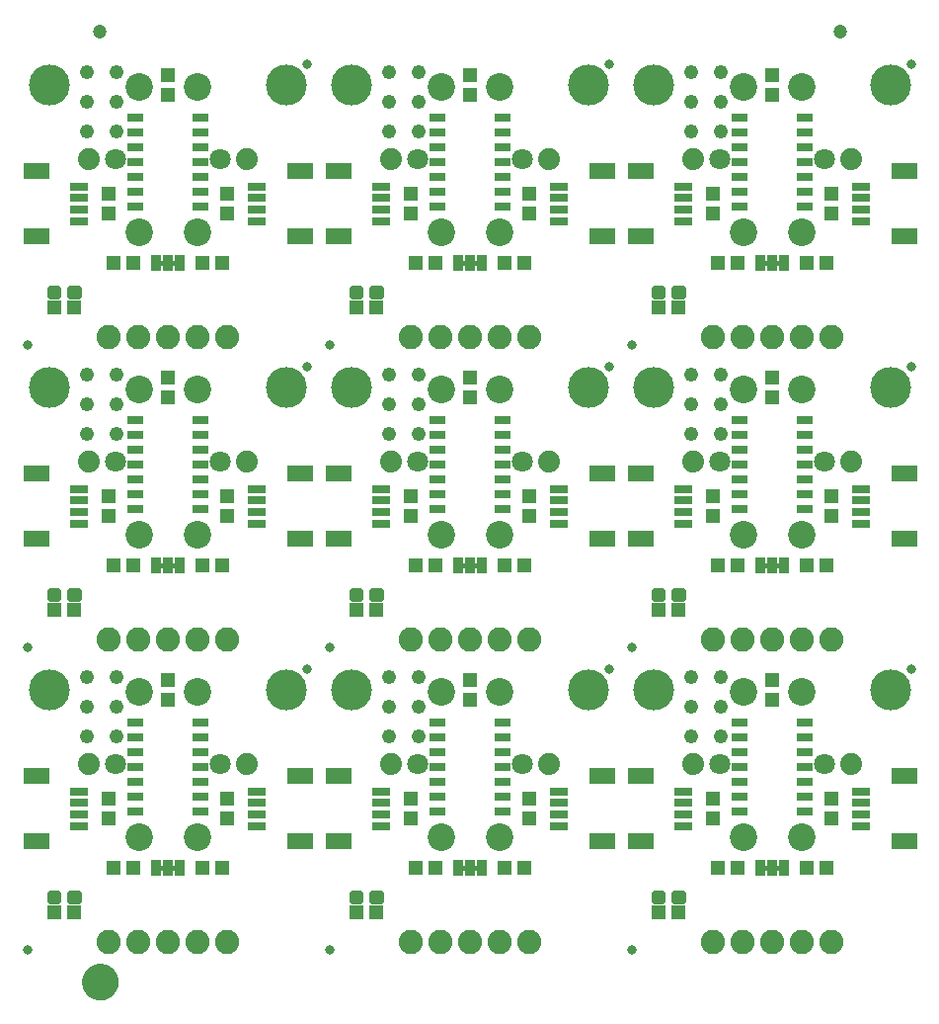
<source format=gts>
G75*
%MOIN*%
%OFA0B0*%
%FSLAX25Y25*%
%IPPOS*%
%LPD*%
%AMOC8*
5,1,8,0,0,1.08239X$1,22.5*
%
%ADD10R,0.08674X0.05524*%
%ADD11R,0.06115X0.03162*%
%ADD12C,0.03300*%
%ADD13C,0.08200*%
%ADD14R,0.04737X0.05131*%
%ADD15R,0.05131X0.04737*%
%ADD16R,0.05524X0.03162*%
%ADD17R,0.03300X0.05800*%
%ADD18C,0.00500*%
%ADD19C,0.04808*%
%ADD20C,0.01990*%
%ADD21C,0.13800*%
%ADD22C,0.09300*%
%ADD23C,0.07400*%
%ADD24C,0.07099*%
%ADD25C,0.04737*%
%ADD26C,0.05000*%
%ADD27C,0.06706*%
D10*
X0034281Y0067726D03*
X0034281Y0089774D03*
X0034281Y0169726D03*
X0034281Y0191774D03*
X0034281Y0271726D03*
X0034281Y0293774D03*
X0123219Y0293774D03*
X0136281Y0293774D03*
X0136281Y0271726D03*
X0123219Y0271726D03*
X0123219Y0191774D03*
X0136281Y0191774D03*
X0136281Y0169726D03*
X0123219Y0169726D03*
X0123219Y0089774D03*
X0136281Y0089774D03*
X0136281Y0067726D03*
X0123219Y0067726D03*
X0225219Y0067726D03*
X0238281Y0067726D03*
X0238281Y0089774D03*
X0225219Y0089774D03*
X0225219Y0169726D03*
X0238281Y0169726D03*
X0238281Y0191774D03*
X0225219Y0191774D03*
X0225219Y0271726D03*
X0238281Y0271726D03*
X0238281Y0293774D03*
X0225219Y0293774D03*
X0327219Y0293774D03*
X0327219Y0271726D03*
X0327219Y0191774D03*
X0327219Y0169726D03*
X0327219Y0089774D03*
X0327219Y0067726D03*
D11*
X0312750Y0072844D03*
X0312750Y0076781D03*
X0312750Y0080719D03*
X0312750Y0084656D03*
X0252750Y0084656D03*
X0252750Y0080719D03*
X0252750Y0076781D03*
X0252750Y0072844D03*
X0210750Y0072844D03*
X0210750Y0076781D03*
X0210750Y0080719D03*
X0210750Y0084656D03*
X0150750Y0084656D03*
X0150750Y0080719D03*
X0150750Y0076781D03*
X0150750Y0072844D03*
X0108750Y0072844D03*
X0108750Y0076781D03*
X0108750Y0080719D03*
X0108750Y0084656D03*
X0048750Y0084656D03*
X0048750Y0080719D03*
X0048750Y0076781D03*
X0048750Y0072844D03*
X0048750Y0174844D03*
X0048750Y0178781D03*
X0048750Y0182719D03*
X0048750Y0186656D03*
X0108750Y0186656D03*
X0108750Y0182719D03*
X0108750Y0178781D03*
X0108750Y0174844D03*
X0150750Y0174844D03*
X0150750Y0178781D03*
X0150750Y0182719D03*
X0150750Y0186656D03*
X0210750Y0186656D03*
X0210750Y0182719D03*
X0210750Y0178781D03*
X0210750Y0174844D03*
X0252750Y0174844D03*
X0252750Y0178781D03*
X0252750Y0182719D03*
X0252750Y0186656D03*
X0312750Y0186656D03*
X0312750Y0182719D03*
X0312750Y0178781D03*
X0312750Y0174844D03*
X0312750Y0276844D03*
X0312750Y0280781D03*
X0312750Y0284719D03*
X0312750Y0288656D03*
X0252750Y0288656D03*
X0252750Y0284719D03*
X0252750Y0280781D03*
X0252750Y0276844D03*
X0210750Y0276844D03*
X0210750Y0280781D03*
X0210750Y0284719D03*
X0210750Y0288656D03*
X0150750Y0288656D03*
X0150750Y0284719D03*
X0150750Y0280781D03*
X0150750Y0276844D03*
X0108750Y0276844D03*
X0108750Y0280781D03*
X0108750Y0284719D03*
X0108750Y0288656D03*
X0048750Y0288656D03*
X0048750Y0284719D03*
X0048750Y0280781D03*
X0048750Y0276844D03*
D12*
X0031250Y0031250D03*
X0133250Y0031250D03*
X0235250Y0031250D03*
X0227750Y0125750D03*
X0235250Y0133250D03*
X0329750Y0125750D03*
X0329750Y0227750D03*
X0235250Y0235250D03*
X0227750Y0227750D03*
X0133250Y0235250D03*
X0125750Y0227750D03*
X0031250Y0235250D03*
X0125750Y0329750D03*
X0227750Y0329750D03*
X0329750Y0329750D03*
X0133250Y0133250D03*
X0125750Y0125750D03*
X0031250Y0133250D03*
D13*
X0058750Y0135750D03*
X0068750Y0135750D03*
X0078750Y0135750D03*
X0088750Y0135750D03*
X0098750Y0135750D03*
X0160750Y0135750D03*
X0170750Y0135750D03*
X0180750Y0135750D03*
X0190750Y0135750D03*
X0200750Y0135750D03*
X0262750Y0135750D03*
X0272750Y0135750D03*
X0282750Y0135750D03*
X0292750Y0135750D03*
X0302750Y0135750D03*
X0302750Y0033750D03*
X0292750Y0033750D03*
X0282750Y0033750D03*
X0272750Y0033750D03*
X0262750Y0033750D03*
X0200750Y0033750D03*
X0190750Y0033750D03*
X0180750Y0033750D03*
X0170750Y0033750D03*
X0160750Y0033750D03*
X0098750Y0033750D03*
X0088750Y0033750D03*
X0078750Y0033750D03*
X0068750Y0033750D03*
X0058750Y0033750D03*
X0058750Y0237750D03*
X0068750Y0237750D03*
X0078750Y0237750D03*
X0088750Y0237750D03*
X0098750Y0237750D03*
X0160750Y0237750D03*
X0170750Y0237750D03*
X0180750Y0237750D03*
X0190750Y0237750D03*
X0200750Y0237750D03*
X0262750Y0237750D03*
X0272750Y0237750D03*
X0282750Y0237750D03*
X0292750Y0237750D03*
X0302750Y0237750D03*
D14*
X0282750Y0224096D03*
X0282750Y0217404D03*
X0262750Y0184096D03*
X0262750Y0177404D03*
X0302750Y0177404D03*
X0302750Y0184096D03*
X0282750Y0122096D03*
X0282750Y0115404D03*
X0262750Y0082096D03*
X0262750Y0075404D03*
X0302750Y0075404D03*
X0302750Y0082096D03*
X0200750Y0082096D03*
X0200750Y0075404D03*
X0160750Y0075404D03*
X0160750Y0082096D03*
X0180750Y0115404D03*
X0180750Y0122096D03*
X0160750Y0177404D03*
X0160750Y0184096D03*
X0180750Y0217404D03*
X0180750Y0224096D03*
X0200750Y0184096D03*
X0200750Y0177404D03*
X0098750Y0177404D03*
X0098750Y0184096D03*
X0078750Y0217404D03*
X0078750Y0224096D03*
X0058750Y0184096D03*
X0058750Y0177404D03*
X0078750Y0122096D03*
X0078750Y0115404D03*
X0058750Y0082096D03*
X0058750Y0075404D03*
X0098750Y0075404D03*
X0098750Y0082096D03*
X0098750Y0279404D03*
X0098750Y0286096D03*
X0078750Y0319404D03*
X0078750Y0326096D03*
X0058750Y0286096D03*
X0058750Y0279404D03*
X0160750Y0279404D03*
X0160750Y0286096D03*
X0180750Y0319404D03*
X0180750Y0326096D03*
X0200750Y0286096D03*
X0200750Y0279404D03*
X0262750Y0279404D03*
X0262750Y0286096D03*
X0282750Y0319404D03*
X0282750Y0326096D03*
X0302750Y0286096D03*
X0302750Y0279404D03*
D15*
X0301096Y0262750D03*
X0294404Y0262750D03*
X0271096Y0262750D03*
X0264404Y0262750D03*
X0251096Y0247750D03*
X0244404Y0247750D03*
X0199096Y0262750D03*
X0192404Y0262750D03*
X0169096Y0262750D03*
X0162404Y0262750D03*
X0149096Y0247750D03*
X0142404Y0247750D03*
X0097096Y0262750D03*
X0090404Y0262750D03*
X0067096Y0262750D03*
X0060404Y0262750D03*
X0047096Y0247750D03*
X0040404Y0247750D03*
X0060404Y0160750D03*
X0067096Y0160750D03*
X0090404Y0160750D03*
X0097096Y0160750D03*
X0142404Y0145750D03*
X0149096Y0145750D03*
X0162404Y0160750D03*
X0169096Y0160750D03*
X0192404Y0160750D03*
X0199096Y0160750D03*
X0244404Y0145750D03*
X0251096Y0145750D03*
X0264404Y0160750D03*
X0271096Y0160750D03*
X0294404Y0160750D03*
X0301096Y0160750D03*
X0301096Y0058750D03*
X0294404Y0058750D03*
X0271096Y0058750D03*
X0264404Y0058750D03*
X0251096Y0043750D03*
X0244404Y0043750D03*
X0199096Y0058750D03*
X0192404Y0058750D03*
X0169096Y0058750D03*
X0162404Y0058750D03*
X0149096Y0043750D03*
X0142404Y0043750D03*
X0097096Y0058750D03*
X0090404Y0058750D03*
X0067096Y0058750D03*
X0060404Y0058750D03*
X0047096Y0043750D03*
X0040404Y0043750D03*
X0040404Y0145750D03*
X0047096Y0145750D03*
D16*
X0067726Y0179750D03*
X0067726Y0184750D03*
X0067726Y0189750D03*
X0067726Y0194750D03*
X0067726Y0199750D03*
X0067726Y0204750D03*
X0067726Y0209750D03*
X0089774Y0209750D03*
X0089774Y0204750D03*
X0089774Y0199750D03*
X0089774Y0194750D03*
X0089774Y0189750D03*
X0089774Y0184750D03*
X0089774Y0179750D03*
X0089774Y0107750D03*
X0089774Y0102750D03*
X0089774Y0097750D03*
X0089774Y0092750D03*
X0089774Y0087750D03*
X0089774Y0082750D03*
X0089774Y0077750D03*
X0067726Y0077750D03*
X0067726Y0082750D03*
X0067726Y0087750D03*
X0067726Y0092750D03*
X0067726Y0097750D03*
X0067726Y0102750D03*
X0067726Y0107750D03*
X0169726Y0107750D03*
X0169726Y0102750D03*
X0169726Y0097750D03*
X0169726Y0092750D03*
X0169726Y0087750D03*
X0169726Y0082750D03*
X0169726Y0077750D03*
X0191774Y0077750D03*
X0191774Y0082750D03*
X0191774Y0087750D03*
X0191774Y0092750D03*
X0191774Y0097750D03*
X0191774Y0102750D03*
X0191774Y0107750D03*
X0191774Y0179750D03*
X0191774Y0184750D03*
X0191774Y0189750D03*
X0191774Y0194750D03*
X0191774Y0199750D03*
X0191774Y0204750D03*
X0191774Y0209750D03*
X0169726Y0209750D03*
X0169726Y0204750D03*
X0169726Y0199750D03*
X0169726Y0194750D03*
X0169726Y0189750D03*
X0169726Y0184750D03*
X0169726Y0179750D03*
X0271726Y0179750D03*
X0271726Y0184750D03*
X0271726Y0189750D03*
X0271726Y0194750D03*
X0271726Y0199750D03*
X0271726Y0204750D03*
X0271726Y0209750D03*
X0293774Y0209750D03*
X0293774Y0204750D03*
X0293774Y0199750D03*
X0293774Y0194750D03*
X0293774Y0189750D03*
X0293774Y0184750D03*
X0293774Y0179750D03*
X0293774Y0107750D03*
X0293774Y0102750D03*
X0293774Y0097750D03*
X0293774Y0092750D03*
X0293774Y0087750D03*
X0293774Y0082750D03*
X0293774Y0077750D03*
X0271726Y0077750D03*
X0271726Y0082750D03*
X0271726Y0087750D03*
X0271726Y0092750D03*
X0271726Y0097750D03*
X0271726Y0102750D03*
X0271726Y0107750D03*
X0271726Y0281750D03*
X0271726Y0286750D03*
X0271726Y0291750D03*
X0271726Y0296750D03*
X0271726Y0301750D03*
X0271726Y0306750D03*
X0271726Y0311750D03*
X0293774Y0311750D03*
X0293774Y0306750D03*
X0293774Y0301750D03*
X0293774Y0296750D03*
X0293774Y0291750D03*
X0293774Y0286750D03*
X0293774Y0281750D03*
X0191774Y0281750D03*
X0191774Y0286750D03*
X0191774Y0291750D03*
X0191774Y0296750D03*
X0191774Y0301750D03*
X0191774Y0306750D03*
X0191774Y0311750D03*
X0169726Y0311750D03*
X0169726Y0306750D03*
X0169726Y0301750D03*
X0169726Y0296750D03*
X0169726Y0291750D03*
X0169726Y0286750D03*
X0169726Y0281750D03*
X0089774Y0281750D03*
X0089774Y0286750D03*
X0089774Y0291750D03*
X0089774Y0296750D03*
X0089774Y0301750D03*
X0089774Y0306750D03*
X0089774Y0311750D03*
X0067726Y0311750D03*
X0067726Y0306750D03*
X0067726Y0301750D03*
X0067726Y0296750D03*
X0067726Y0291750D03*
X0067726Y0286750D03*
X0067726Y0281750D03*
D17*
X0074750Y0262750D03*
X0078750Y0262750D03*
X0082750Y0262750D03*
X0176750Y0262750D03*
X0180750Y0262750D03*
X0184750Y0262750D03*
X0278750Y0262750D03*
X0282750Y0262750D03*
X0286750Y0262750D03*
X0286750Y0160750D03*
X0282750Y0160750D03*
X0278750Y0160750D03*
X0184750Y0160750D03*
X0180750Y0160750D03*
X0176750Y0160750D03*
X0082750Y0160750D03*
X0078750Y0160750D03*
X0074750Y0160750D03*
X0074750Y0058750D03*
X0078750Y0058750D03*
X0082750Y0058750D03*
X0176750Y0058750D03*
X0180750Y0058750D03*
X0184750Y0058750D03*
X0278750Y0058750D03*
X0282750Y0058750D03*
X0286750Y0058750D03*
D18*
X0285500Y0058661D02*
X0280000Y0058661D01*
X0280000Y0058250D02*
X0280000Y0059250D01*
X0285500Y0059250D01*
X0285500Y0058250D01*
X0280000Y0058250D01*
X0280000Y0059159D02*
X0285500Y0059159D01*
X0183500Y0059159D02*
X0178000Y0059159D01*
X0178000Y0059250D02*
X0183500Y0059250D01*
X0183500Y0058250D01*
X0178000Y0058250D01*
X0178000Y0059250D01*
X0178000Y0058661D02*
X0183500Y0058661D01*
X0081500Y0058661D02*
X0076000Y0058661D01*
X0076000Y0058250D02*
X0076000Y0059250D01*
X0081500Y0059250D01*
X0081500Y0058250D01*
X0076000Y0058250D01*
X0076000Y0059159D02*
X0081500Y0059159D01*
X0081500Y0160250D02*
X0076000Y0160250D01*
X0076000Y0161250D01*
X0081500Y0161250D01*
X0081500Y0160250D01*
X0081500Y0160357D02*
X0076000Y0160357D01*
X0076000Y0160855D02*
X0081500Y0160855D01*
X0178000Y0160855D02*
X0183500Y0160855D01*
X0183500Y0161250D02*
X0183500Y0160250D01*
X0178000Y0160250D01*
X0178000Y0161250D01*
X0183500Y0161250D01*
X0183500Y0160357D02*
X0178000Y0160357D01*
X0280000Y0160357D02*
X0285500Y0160357D01*
X0285500Y0160250D02*
X0285500Y0161250D01*
X0280000Y0161250D01*
X0280000Y0160250D01*
X0285500Y0160250D01*
X0285500Y0160855D02*
X0280000Y0160855D01*
X0280000Y0262250D02*
X0280000Y0263250D01*
X0285500Y0263250D01*
X0285500Y0262250D01*
X0280000Y0262250D01*
X0280000Y0262552D02*
X0285500Y0262552D01*
X0285500Y0263050D02*
X0280000Y0263050D01*
X0183500Y0263050D02*
X0178000Y0263050D01*
X0178000Y0263250D02*
X0183500Y0263250D01*
X0183500Y0262250D01*
X0178000Y0262250D01*
X0178000Y0263250D01*
X0178000Y0262552D02*
X0183500Y0262552D01*
X0081500Y0262552D02*
X0076000Y0262552D01*
X0076000Y0262250D02*
X0076000Y0263250D01*
X0081500Y0263250D01*
X0081500Y0262250D01*
X0076000Y0262250D01*
X0076000Y0263050D02*
X0081500Y0263050D01*
D19*
X0061250Y0225250D03*
X0061250Y0215250D03*
X0061250Y0205250D03*
X0051250Y0205250D03*
X0051250Y0215250D03*
X0051250Y0225250D03*
X0051250Y0307250D03*
X0051250Y0317250D03*
X0051250Y0327250D03*
X0061250Y0327250D03*
X0061250Y0317250D03*
X0061250Y0307250D03*
X0153250Y0307250D03*
X0163250Y0307250D03*
X0163250Y0317250D03*
X0163250Y0327250D03*
X0153250Y0327250D03*
X0153250Y0317250D03*
X0153250Y0225250D03*
X0163250Y0225250D03*
X0163250Y0215250D03*
X0163250Y0205250D03*
X0153250Y0205250D03*
X0153250Y0215250D03*
X0153250Y0123250D03*
X0153250Y0113250D03*
X0163250Y0113250D03*
X0163250Y0123250D03*
X0163250Y0103250D03*
X0153250Y0103250D03*
X0061250Y0103250D03*
X0061250Y0113250D03*
X0061250Y0123250D03*
X0051250Y0123250D03*
X0051250Y0113250D03*
X0051250Y0103250D03*
X0255250Y0103250D03*
X0265250Y0103250D03*
X0265250Y0113250D03*
X0265250Y0123250D03*
X0255250Y0123250D03*
X0255250Y0113250D03*
X0255250Y0205250D03*
X0255250Y0215250D03*
X0265250Y0215250D03*
X0265250Y0205250D03*
X0265250Y0225250D03*
X0255250Y0225250D03*
X0255250Y0307250D03*
X0265250Y0307250D03*
X0265250Y0317250D03*
X0265250Y0327250D03*
X0255250Y0327250D03*
X0255250Y0317250D03*
D20*
X0252576Y0254123D02*
X0252576Y0251377D01*
X0249830Y0251377D01*
X0249830Y0254123D01*
X0252576Y0254123D01*
X0252576Y0253267D02*
X0249830Y0253267D01*
X0245670Y0254123D02*
X0245670Y0251377D01*
X0242924Y0251377D01*
X0242924Y0254123D01*
X0245670Y0254123D01*
X0245670Y0253267D02*
X0242924Y0253267D01*
X0150576Y0254123D02*
X0150576Y0251377D01*
X0147830Y0251377D01*
X0147830Y0254123D01*
X0150576Y0254123D01*
X0150576Y0253267D02*
X0147830Y0253267D01*
X0143670Y0254123D02*
X0143670Y0251377D01*
X0140924Y0251377D01*
X0140924Y0254123D01*
X0143670Y0254123D01*
X0143670Y0253267D02*
X0140924Y0253267D01*
X0048576Y0254123D02*
X0048576Y0251377D01*
X0045830Y0251377D01*
X0045830Y0254123D01*
X0048576Y0254123D01*
X0048576Y0253267D02*
X0045830Y0253267D01*
X0041670Y0254123D02*
X0041670Y0251377D01*
X0038924Y0251377D01*
X0038924Y0254123D01*
X0041670Y0254123D01*
X0041670Y0253267D02*
X0038924Y0253267D01*
X0041670Y0152123D02*
X0041670Y0149377D01*
X0038924Y0149377D01*
X0038924Y0152123D01*
X0041670Y0152123D01*
X0041670Y0151267D02*
X0038924Y0151267D01*
X0048576Y0152123D02*
X0048576Y0149377D01*
X0045830Y0149377D01*
X0045830Y0152123D01*
X0048576Y0152123D01*
X0048576Y0151267D02*
X0045830Y0151267D01*
X0143670Y0152123D02*
X0143670Y0149377D01*
X0140924Y0149377D01*
X0140924Y0152123D01*
X0143670Y0152123D01*
X0143670Y0151267D02*
X0140924Y0151267D01*
X0150576Y0152123D02*
X0150576Y0149377D01*
X0147830Y0149377D01*
X0147830Y0152123D01*
X0150576Y0152123D01*
X0150576Y0151267D02*
X0147830Y0151267D01*
X0245670Y0152123D02*
X0245670Y0149377D01*
X0242924Y0149377D01*
X0242924Y0152123D01*
X0245670Y0152123D01*
X0245670Y0151267D02*
X0242924Y0151267D01*
X0252576Y0152123D02*
X0252576Y0149377D01*
X0249830Y0149377D01*
X0249830Y0152123D01*
X0252576Y0152123D01*
X0252576Y0151267D02*
X0249830Y0151267D01*
X0252576Y0050123D02*
X0252576Y0047377D01*
X0249830Y0047377D01*
X0249830Y0050123D01*
X0252576Y0050123D01*
X0252576Y0049267D02*
X0249830Y0049267D01*
X0245670Y0050123D02*
X0245670Y0047377D01*
X0242924Y0047377D01*
X0242924Y0050123D01*
X0245670Y0050123D01*
X0245670Y0049267D02*
X0242924Y0049267D01*
X0150576Y0050123D02*
X0150576Y0047377D01*
X0147830Y0047377D01*
X0147830Y0050123D01*
X0150576Y0050123D01*
X0150576Y0049267D02*
X0147830Y0049267D01*
X0143670Y0050123D02*
X0143670Y0047377D01*
X0140924Y0047377D01*
X0140924Y0050123D01*
X0143670Y0050123D01*
X0143670Y0049267D02*
X0140924Y0049267D01*
X0048576Y0050123D02*
X0048576Y0047377D01*
X0045830Y0047377D01*
X0045830Y0050123D01*
X0048576Y0050123D01*
X0048576Y0049267D02*
X0045830Y0049267D01*
X0041670Y0050123D02*
X0041670Y0047377D01*
X0038924Y0047377D01*
X0038924Y0050123D01*
X0041670Y0050123D01*
X0041670Y0049267D02*
X0038924Y0049267D01*
D21*
X0038750Y0118750D03*
X0118750Y0118750D03*
X0140750Y0118750D03*
X0220750Y0118750D03*
X0242750Y0118750D03*
X0322750Y0118750D03*
X0322750Y0220750D03*
X0242750Y0220750D03*
X0220750Y0220750D03*
X0140750Y0220750D03*
X0118750Y0220750D03*
X0038750Y0220750D03*
X0038750Y0322750D03*
X0118750Y0322750D03*
X0140750Y0322750D03*
X0220750Y0322750D03*
X0242750Y0322750D03*
X0322750Y0322750D03*
D22*
X0292593Y0322356D03*
X0272907Y0322356D03*
X0272907Y0273144D03*
X0292593Y0273144D03*
X0292593Y0220356D03*
X0272907Y0220356D03*
X0272907Y0171144D03*
X0292593Y0171144D03*
X0292593Y0118356D03*
X0272907Y0118356D03*
X0272907Y0069144D03*
X0292593Y0069144D03*
X0190593Y0069144D03*
X0170907Y0069144D03*
X0170907Y0118356D03*
X0190593Y0118356D03*
X0190593Y0171144D03*
X0170907Y0171144D03*
X0170907Y0220356D03*
X0190593Y0220356D03*
X0190593Y0273144D03*
X0170907Y0273144D03*
X0170907Y0322356D03*
X0190593Y0322356D03*
X0088593Y0322356D03*
X0068907Y0322356D03*
X0068907Y0273144D03*
X0088593Y0273144D03*
X0088593Y0220356D03*
X0068907Y0220356D03*
X0068907Y0171144D03*
X0088593Y0171144D03*
X0088593Y0118356D03*
X0068907Y0118356D03*
X0068907Y0069144D03*
X0088593Y0069144D03*
D23*
X0105325Y0093750D03*
X0154175Y0093750D03*
X0207325Y0093750D03*
X0256175Y0093750D03*
X0309325Y0093750D03*
X0309325Y0195750D03*
X0256175Y0195750D03*
X0207325Y0195750D03*
X0154175Y0195750D03*
X0105325Y0195750D03*
X0052175Y0195750D03*
X0052175Y0093750D03*
X0052175Y0297750D03*
X0105325Y0297750D03*
X0154175Y0297750D03*
X0207325Y0297750D03*
X0256175Y0297750D03*
X0309325Y0297750D03*
D24*
X0300467Y0297750D03*
X0265033Y0297750D03*
X0198467Y0297750D03*
X0163033Y0297750D03*
X0096467Y0297750D03*
X0061033Y0297750D03*
X0061033Y0195750D03*
X0096467Y0195750D03*
X0163033Y0195750D03*
X0198467Y0195750D03*
X0265033Y0195750D03*
X0300467Y0195750D03*
X0300467Y0093750D03*
X0265033Y0093750D03*
X0198467Y0093750D03*
X0163033Y0093750D03*
X0096467Y0093750D03*
X0061033Y0093750D03*
D25*
X0055750Y0341000D03*
X0305750Y0341000D03*
D26*
X0052185Y0020500D02*
X0052187Y0020619D01*
X0052193Y0020738D01*
X0052203Y0020857D01*
X0052217Y0020975D01*
X0052235Y0021093D01*
X0052256Y0021210D01*
X0052282Y0021326D01*
X0052312Y0021442D01*
X0052345Y0021556D01*
X0052382Y0021669D01*
X0052423Y0021781D01*
X0052468Y0021892D01*
X0052516Y0022001D01*
X0052568Y0022108D01*
X0052624Y0022213D01*
X0052683Y0022317D01*
X0052745Y0022418D01*
X0052811Y0022518D01*
X0052880Y0022615D01*
X0052952Y0022709D01*
X0053028Y0022802D01*
X0053106Y0022891D01*
X0053187Y0022978D01*
X0053272Y0023063D01*
X0053359Y0023144D01*
X0053448Y0023222D01*
X0053541Y0023298D01*
X0053635Y0023370D01*
X0053732Y0023439D01*
X0053832Y0023505D01*
X0053933Y0023567D01*
X0054037Y0023626D01*
X0054142Y0023682D01*
X0054249Y0023734D01*
X0054358Y0023782D01*
X0054469Y0023827D01*
X0054581Y0023868D01*
X0054694Y0023905D01*
X0054808Y0023938D01*
X0054924Y0023968D01*
X0055040Y0023994D01*
X0055157Y0024015D01*
X0055275Y0024033D01*
X0055393Y0024047D01*
X0055512Y0024057D01*
X0055631Y0024063D01*
X0055750Y0024065D01*
X0055869Y0024063D01*
X0055988Y0024057D01*
X0056107Y0024047D01*
X0056225Y0024033D01*
X0056343Y0024015D01*
X0056460Y0023994D01*
X0056576Y0023968D01*
X0056692Y0023938D01*
X0056806Y0023905D01*
X0056919Y0023868D01*
X0057031Y0023827D01*
X0057142Y0023782D01*
X0057251Y0023734D01*
X0057358Y0023682D01*
X0057463Y0023626D01*
X0057567Y0023567D01*
X0057668Y0023505D01*
X0057768Y0023439D01*
X0057865Y0023370D01*
X0057959Y0023298D01*
X0058052Y0023222D01*
X0058141Y0023144D01*
X0058228Y0023063D01*
X0058313Y0022978D01*
X0058394Y0022891D01*
X0058472Y0022802D01*
X0058548Y0022709D01*
X0058620Y0022615D01*
X0058689Y0022518D01*
X0058755Y0022418D01*
X0058817Y0022317D01*
X0058876Y0022213D01*
X0058932Y0022108D01*
X0058984Y0022001D01*
X0059032Y0021892D01*
X0059077Y0021781D01*
X0059118Y0021669D01*
X0059155Y0021556D01*
X0059188Y0021442D01*
X0059218Y0021326D01*
X0059244Y0021210D01*
X0059265Y0021093D01*
X0059283Y0020975D01*
X0059297Y0020857D01*
X0059307Y0020738D01*
X0059313Y0020619D01*
X0059315Y0020500D01*
X0059313Y0020381D01*
X0059307Y0020262D01*
X0059297Y0020143D01*
X0059283Y0020025D01*
X0059265Y0019907D01*
X0059244Y0019790D01*
X0059218Y0019674D01*
X0059188Y0019558D01*
X0059155Y0019444D01*
X0059118Y0019331D01*
X0059077Y0019219D01*
X0059032Y0019108D01*
X0058984Y0018999D01*
X0058932Y0018892D01*
X0058876Y0018787D01*
X0058817Y0018683D01*
X0058755Y0018582D01*
X0058689Y0018482D01*
X0058620Y0018385D01*
X0058548Y0018291D01*
X0058472Y0018198D01*
X0058394Y0018109D01*
X0058313Y0018022D01*
X0058228Y0017937D01*
X0058141Y0017856D01*
X0058052Y0017778D01*
X0057959Y0017702D01*
X0057865Y0017630D01*
X0057768Y0017561D01*
X0057668Y0017495D01*
X0057567Y0017433D01*
X0057463Y0017374D01*
X0057358Y0017318D01*
X0057251Y0017266D01*
X0057142Y0017218D01*
X0057031Y0017173D01*
X0056919Y0017132D01*
X0056806Y0017095D01*
X0056692Y0017062D01*
X0056576Y0017032D01*
X0056460Y0017006D01*
X0056343Y0016985D01*
X0056225Y0016967D01*
X0056107Y0016953D01*
X0055988Y0016943D01*
X0055869Y0016937D01*
X0055750Y0016935D01*
X0055631Y0016937D01*
X0055512Y0016943D01*
X0055393Y0016953D01*
X0055275Y0016967D01*
X0055157Y0016985D01*
X0055040Y0017006D01*
X0054924Y0017032D01*
X0054808Y0017062D01*
X0054694Y0017095D01*
X0054581Y0017132D01*
X0054469Y0017173D01*
X0054358Y0017218D01*
X0054249Y0017266D01*
X0054142Y0017318D01*
X0054037Y0017374D01*
X0053933Y0017433D01*
X0053832Y0017495D01*
X0053732Y0017561D01*
X0053635Y0017630D01*
X0053541Y0017702D01*
X0053448Y0017778D01*
X0053359Y0017856D01*
X0053272Y0017937D01*
X0053187Y0018022D01*
X0053106Y0018109D01*
X0053028Y0018198D01*
X0052952Y0018291D01*
X0052880Y0018385D01*
X0052811Y0018482D01*
X0052745Y0018582D01*
X0052683Y0018683D01*
X0052624Y0018787D01*
X0052568Y0018892D01*
X0052516Y0018999D01*
X0052468Y0019108D01*
X0052423Y0019219D01*
X0052382Y0019331D01*
X0052345Y0019444D01*
X0052312Y0019558D01*
X0052282Y0019674D01*
X0052256Y0019790D01*
X0052235Y0019907D01*
X0052217Y0020025D01*
X0052203Y0020143D01*
X0052193Y0020262D01*
X0052187Y0020381D01*
X0052185Y0020500D01*
D27*
X0055750Y0020500D03*
M02*

</source>
